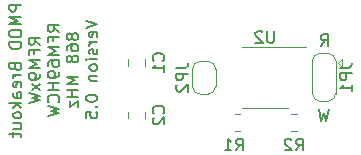
<source format=gbr>
%TF.GenerationSoftware,KiCad,Pcbnew,7.0.4*%
%TF.CreationDate,2023-05-26T13:28:04+02:00*%
%TF.ProjectId,RFM9xW_868,52464d39-7857-45f3-9836-382e6b696361,rev?*%
%TF.SameCoordinates,Original*%
%TF.FileFunction,Legend,Bot*%
%TF.FilePolarity,Positive*%
%FSLAX46Y46*%
G04 Gerber Fmt 4.6, Leading zero omitted, Abs format (unit mm)*
G04 Created by KiCad (PCBNEW 7.0.4) date 2023-05-26 13:28:04*
%MOMM*%
%LPD*%
G01*
G04 APERTURE LIST*
%ADD10C,0.150000*%
%ADD11C,0.120000*%
G04 APERTURE END LIST*
D10*
X120419819Y-43371190D02*
X119419819Y-43371190D01*
X119419819Y-43371190D02*
X119419819Y-43752142D01*
X119419819Y-43752142D02*
X119467438Y-43847380D01*
X119467438Y-43847380D02*
X119515057Y-43894999D01*
X119515057Y-43894999D02*
X119610295Y-43942618D01*
X119610295Y-43942618D02*
X119753152Y-43942618D01*
X119753152Y-43942618D02*
X119848390Y-43894999D01*
X119848390Y-43894999D02*
X119896009Y-43847380D01*
X119896009Y-43847380D02*
X119943628Y-43752142D01*
X119943628Y-43752142D02*
X119943628Y-43371190D01*
X120419819Y-44371190D02*
X119419819Y-44371190D01*
X119419819Y-44371190D02*
X120134104Y-44704523D01*
X120134104Y-44704523D02*
X119419819Y-45037856D01*
X119419819Y-45037856D02*
X120419819Y-45037856D01*
X119419819Y-45704523D02*
X119419819Y-45894999D01*
X119419819Y-45894999D02*
X119467438Y-45990237D01*
X119467438Y-45990237D02*
X119562676Y-46085475D01*
X119562676Y-46085475D02*
X119753152Y-46133094D01*
X119753152Y-46133094D02*
X120086485Y-46133094D01*
X120086485Y-46133094D02*
X120276961Y-46085475D01*
X120276961Y-46085475D02*
X120372200Y-45990237D01*
X120372200Y-45990237D02*
X120419819Y-45894999D01*
X120419819Y-45894999D02*
X120419819Y-45704523D01*
X120419819Y-45704523D02*
X120372200Y-45609285D01*
X120372200Y-45609285D02*
X120276961Y-45514047D01*
X120276961Y-45514047D02*
X120086485Y-45466428D01*
X120086485Y-45466428D02*
X119753152Y-45466428D01*
X119753152Y-45466428D02*
X119562676Y-45514047D01*
X119562676Y-45514047D02*
X119467438Y-45609285D01*
X119467438Y-45609285D02*
X119419819Y-45704523D01*
X120419819Y-46561666D02*
X119419819Y-46561666D01*
X119419819Y-46561666D02*
X119419819Y-46799761D01*
X119419819Y-46799761D02*
X119467438Y-46942618D01*
X119467438Y-46942618D02*
X119562676Y-47037856D01*
X119562676Y-47037856D02*
X119657914Y-47085475D01*
X119657914Y-47085475D02*
X119848390Y-47133094D01*
X119848390Y-47133094D02*
X119991247Y-47133094D01*
X119991247Y-47133094D02*
X120181723Y-47085475D01*
X120181723Y-47085475D02*
X120276961Y-47037856D01*
X120276961Y-47037856D02*
X120372200Y-46942618D01*
X120372200Y-46942618D02*
X120419819Y-46799761D01*
X120419819Y-46799761D02*
X120419819Y-46561666D01*
X119896009Y-48656904D02*
X119943628Y-48799761D01*
X119943628Y-48799761D02*
X119991247Y-48847380D01*
X119991247Y-48847380D02*
X120086485Y-48894999D01*
X120086485Y-48894999D02*
X120229342Y-48894999D01*
X120229342Y-48894999D02*
X120324580Y-48847380D01*
X120324580Y-48847380D02*
X120372200Y-48799761D01*
X120372200Y-48799761D02*
X120419819Y-48704523D01*
X120419819Y-48704523D02*
X120419819Y-48323571D01*
X120419819Y-48323571D02*
X119419819Y-48323571D01*
X119419819Y-48323571D02*
X119419819Y-48656904D01*
X119419819Y-48656904D02*
X119467438Y-48752142D01*
X119467438Y-48752142D02*
X119515057Y-48799761D01*
X119515057Y-48799761D02*
X119610295Y-48847380D01*
X119610295Y-48847380D02*
X119705533Y-48847380D01*
X119705533Y-48847380D02*
X119800771Y-48799761D01*
X119800771Y-48799761D02*
X119848390Y-48752142D01*
X119848390Y-48752142D02*
X119896009Y-48656904D01*
X119896009Y-48656904D02*
X119896009Y-48323571D01*
X120419819Y-49323571D02*
X119753152Y-49323571D01*
X119943628Y-49323571D02*
X119848390Y-49371190D01*
X119848390Y-49371190D02*
X119800771Y-49418809D01*
X119800771Y-49418809D02*
X119753152Y-49514047D01*
X119753152Y-49514047D02*
X119753152Y-49609285D01*
X120372200Y-50323571D02*
X120419819Y-50228333D01*
X120419819Y-50228333D02*
X120419819Y-50037857D01*
X120419819Y-50037857D02*
X120372200Y-49942619D01*
X120372200Y-49942619D02*
X120276961Y-49895000D01*
X120276961Y-49895000D02*
X119896009Y-49895000D01*
X119896009Y-49895000D02*
X119800771Y-49942619D01*
X119800771Y-49942619D02*
X119753152Y-50037857D01*
X119753152Y-50037857D02*
X119753152Y-50228333D01*
X119753152Y-50228333D02*
X119800771Y-50323571D01*
X119800771Y-50323571D02*
X119896009Y-50371190D01*
X119896009Y-50371190D02*
X119991247Y-50371190D01*
X119991247Y-50371190D02*
X120086485Y-49895000D01*
X120419819Y-51228333D02*
X119896009Y-51228333D01*
X119896009Y-51228333D02*
X119800771Y-51180714D01*
X119800771Y-51180714D02*
X119753152Y-51085476D01*
X119753152Y-51085476D02*
X119753152Y-50895000D01*
X119753152Y-50895000D02*
X119800771Y-50799762D01*
X120372200Y-51228333D02*
X120419819Y-51133095D01*
X120419819Y-51133095D02*
X120419819Y-50895000D01*
X120419819Y-50895000D02*
X120372200Y-50799762D01*
X120372200Y-50799762D02*
X120276961Y-50752143D01*
X120276961Y-50752143D02*
X120181723Y-50752143D01*
X120181723Y-50752143D02*
X120086485Y-50799762D01*
X120086485Y-50799762D02*
X120038866Y-50895000D01*
X120038866Y-50895000D02*
X120038866Y-51133095D01*
X120038866Y-51133095D02*
X119991247Y-51228333D01*
X120419819Y-51704524D02*
X119419819Y-51704524D01*
X120038866Y-51799762D02*
X120419819Y-52085476D01*
X119753152Y-52085476D02*
X120134104Y-51704524D01*
X120419819Y-52656905D02*
X120372200Y-52561667D01*
X120372200Y-52561667D02*
X120324580Y-52514048D01*
X120324580Y-52514048D02*
X120229342Y-52466429D01*
X120229342Y-52466429D02*
X119943628Y-52466429D01*
X119943628Y-52466429D02*
X119848390Y-52514048D01*
X119848390Y-52514048D02*
X119800771Y-52561667D01*
X119800771Y-52561667D02*
X119753152Y-52656905D01*
X119753152Y-52656905D02*
X119753152Y-52799762D01*
X119753152Y-52799762D02*
X119800771Y-52895000D01*
X119800771Y-52895000D02*
X119848390Y-52942619D01*
X119848390Y-52942619D02*
X119943628Y-52990238D01*
X119943628Y-52990238D02*
X120229342Y-52990238D01*
X120229342Y-52990238D02*
X120324580Y-52942619D01*
X120324580Y-52942619D02*
X120372200Y-52895000D01*
X120372200Y-52895000D02*
X120419819Y-52799762D01*
X120419819Y-52799762D02*
X120419819Y-52656905D01*
X119753152Y-53847381D02*
X120419819Y-53847381D01*
X119753152Y-53418810D02*
X120276961Y-53418810D01*
X120276961Y-53418810D02*
X120372200Y-53466429D01*
X120372200Y-53466429D02*
X120419819Y-53561667D01*
X120419819Y-53561667D02*
X120419819Y-53704524D01*
X120419819Y-53704524D02*
X120372200Y-53799762D01*
X120372200Y-53799762D02*
X120324580Y-53847381D01*
X119753152Y-54180715D02*
X119753152Y-54561667D01*
X119419819Y-54323572D02*
X120276961Y-54323572D01*
X120276961Y-54323572D02*
X120372200Y-54371191D01*
X120372200Y-54371191D02*
X120419819Y-54466429D01*
X120419819Y-54466429D02*
X120419819Y-54561667D01*
X122029819Y-46752142D02*
X121553628Y-46418809D01*
X122029819Y-46180714D02*
X121029819Y-46180714D01*
X121029819Y-46180714D02*
X121029819Y-46561666D01*
X121029819Y-46561666D02*
X121077438Y-46656904D01*
X121077438Y-46656904D02*
X121125057Y-46704523D01*
X121125057Y-46704523D02*
X121220295Y-46752142D01*
X121220295Y-46752142D02*
X121363152Y-46752142D01*
X121363152Y-46752142D02*
X121458390Y-46704523D01*
X121458390Y-46704523D02*
X121506009Y-46656904D01*
X121506009Y-46656904D02*
X121553628Y-46561666D01*
X121553628Y-46561666D02*
X121553628Y-46180714D01*
X121506009Y-47514047D02*
X121506009Y-47180714D01*
X122029819Y-47180714D02*
X121029819Y-47180714D01*
X121029819Y-47180714D02*
X121029819Y-47656904D01*
X122029819Y-48037857D02*
X121029819Y-48037857D01*
X121029819Y-48037857D02*
X121744104Y-48371190D01*
X121744104Y-48371190D02*
X121029819Y-48704523D01*
X121029819Y-48704523D02*
X122029819Y-48704523D01*
X122029819Y-49228333D02*
X122029819Y-49418809D01*
X122029819Y-49418809D02*
X121982200Y-49514047D01*
X121982200Y-49514047D02*
X121934580Y-49561666D01*
X121934580Y-49561666D02*
X121791723Y-49656904D01*
X121791723Y-49656904D02*
X121601247Y-49704523D01*
X121601247Y-49704523D02*
X121220295Y-49704523D01*
X121220295Y-49704523D02*
X121125057Y-49656904D01*
X121125057Y-49656904D02*
X121077438Y-49609285D01*
X121077438Y-49609285D02*
X121029819Y-49514047D01*
X121029819Y-49514047D02*
X121029819Y-49323571D01*
X121029819Y-49323571D02*
X121077438Y-49228333D01*
X121077438Y-49228333D02*
X121125057Y-49180714D01*
X121125057Y-49180714D02*
X121220295Y-49133095D01*
X121220295Y-49133095D02*
X121458390Y-49133095D01*
X121458390Y-49133095D02*
X121553628Y-49180714D01*
X121553628Y-49180714D02*
X121601247Y-49228333D01*
X121601247Y-49228333D02*
X121648866Y-49323571D01*
X121648866Y-49323571D02*
X121648866Y-49514047D01*
X121648866Y-49514047D02*
X121601247Y-49609285D01*
X121601247Y-49609285D02*
X121553628Y-49656904D01*
X121553628Y-49656904D02*
X121458390Y-49704523D01*
X122029819Y-50037857D02*
X121363152Y-50561666D01*
X121363152Y-50037857D02*
X122029819Y-50561666D01*
X121029819Y-50847381D02*
X122029819Y-51085476D01*
X122029819Y-51085476D02*
X121315533Y-51275952D01*
X121315533Y-51275952D02*
X122029819Y-51466428D01*
X122029819Y-51466428D02*
X121029819Y-51704524D01*
X123639819Y-45656904D02*
X123163628Y-45323571D01*
X123639819Y-45085476D02*
X122639819Y-45085476D01*
X122639819Y-45085476D02*
X122639819Y-45466428D01*
X122639819Y-45466428D02*
X122687438Y-45561666D01*
X122687438Y-45561666D02*
X122735057Y-45609285D01*
X122735057Y-45609285D02*
X122830295Y-45656904D01*
X122830295Y-45656904D02*
X122973152Y-45656904D01*
X122973152Y-45656904D02*
X123068390Y-45609285D01*
X123068390Y-45609285D02*
X123116009Y-45561666D01*
X123116009Y-45561666D02*
X123163628Y-45466428D01*
X123163628Y-45466428D02*
X123163628Y-45085476D01*
X123116009Y-46418809D02*
X123116009Y-46085476D01*
X123639819Y-46085476D02*
X122639819Y-46085476D01*
X122639819Y-46085476D02*
X122639819Y-46561666D01*
X123639819Y-46942619D02*
X122639819Y-46942619D01*
X122639819Y-46942619D02*
X123354104Y-47275952D01*
X123354104Y-47275952D02*
X122639819Y-47609285D01*
X122639819Y-47609285D02*
X123639819Y-47609285D01*
X122639819Y-48514047D02*
X122639819Y-48323571D01*
X122639819Y-48323571D02*
X122687438Y-48228333D01*
X122687438Y-48228333D02*
X122735057Y-48180714D01*
X122735057Y-48180714D02*
X122877914Y-48085476D01*
X122877914Y-48085476D02*
X123068390Y-48037857D01*
X123068390Y-48037857D02*
X123449342Y-48037857D01*
X123449342Y-48037857D02*
X123544580Y-48085476D01*
X123544580Y-48085476D02*
X123592200Y-48133095D01*
X123592200Y-48133095D02*
X123639819Y-48228333D01*
X123639819Y-48228333D02*
X123639819Y-48418809D01*
X123639819Y-48418809D02*
X123592200Y-48514047D01*
X123592200Y-48514047D02*
X123544580Y-48561666D01*
X123544580Y-48561666D02*
X123449342Y-48609285D01*
X123449342Y-48609285D02*
X123211247Y-48609285D01*
X123211247Y-48609285D02*
X123116009Y-48561666D01*
X123116009Y-48561666D02*
X123068390Y-48514047D01*
X123068390Y-48514047D02*
X123020771Y-48418809D01*
X123020771Y-48418809D02*
X123020771Y-48228333D01*
X123020771Y-48228333D02*
X123068390Y-48133095D01*
X123068390Y-48133095D02*
X123116009Y-48085476D01*
X123116009Y-48085476D02*
X123211247Y-48037857D01*
X123639819Y-49085476D02*
X123639819Y-49275952D01*
X123639819Y-49275952D02*
X123592200Y-49371190D01*
X123592200Y-49371190D02*
X123544580Y-49418809D01*
X123544580Y-49418809D02*
X123401723Y-49514047D01*
X123401723Y-49514047D02*
X123211247Y-49561666D01*
X123211247Y-49561666D02*
X122830295Y-49561666D01*
X122830295Y-49561666D02*
X122735057Y-49514047D01*
X122735057Y-49514047D02*
X122687438Y-49466428D01*
X122687438Y-49466428D02*
X122639819Y-49371190D01*
X122639819Y-49371190D02*
X122639819Y-49180714D01*
X122639819Y-49180714D02*
X122687438Y-49085476D01*
X122687438Y-49085476D02*
X122735057Y-49037857D01*
X122735057Y-49037857D02*
X122830295Y-48990238D01*
X122830295Y-48990238D02*
X123068390Y-48990238D01*
X123068390Y-48990238D02*
X123163628Y-49037857D01*
X123163628Y-49037857D02*
X123211247Y-49085476D01*
X123211247Y-49085476D02*
X123258866Y-49180714D01*
X123258866Y-49180714D02*
X123258866Y-49371190D01*
X123258866Y-49371190D02*
X123211247Y-49466428D01*
X123211247Y-49466428D02*
X123163628Y-49514047D01*
X123163628Y-49514047D02*
X123068390Y-49561666D01*
X123639819Y-49990238D02*
X122639819Y-49990238D01*
X123116009Y-49990238D02*
X123116009Y-50561666D01*
X123639819Y-50561666D02*
X122639819Y-50561666D01*
X123544580Y-51609285D02*
X123592200Y-51561666D01*
X123592200Y-51561666D02*
X123639819Y-51418809D01*
X123639819Y-51418809D02*
X123639819Y-51323571D01*
X123639819Y-51323571D02*
X123592200Y-51180714D01*
X123592200Y-51180714D02*
X123496961Y-51085476D01*
X123496961Y-51085476D02*
X123401723Y-51037857D01*
X123401723Y-51037857D02*
X123211247Y-50990238D01*
X123211247Y-50990238D02*
X123068390Y-50990238D01*
X123068390Y-50990238D02*
X122877914Y-51037857D01*
X122877914Y-51037857D02*
X122782676Y-51085476D01*
X122782676Y-51085476D02*
X122687438Y-51180714D01*
X122687438Y-51180714D02*
X122639819Y-51323571D01*
X122639819Y-51323571D02*
X122639819Y-51418809D01*
X122639819Y-51418809D02*
X122687438Y-51561666D01*
X122687438Y-51561666D02*
X122735057Y-51609285D01*
X122639819Y-51942619D02*
X123639819Y-52180714D01*
X123639819Y-52180714D02*
X122925533Y-52371190D01*
X122925533Y-52371190D02*
X123639819Y-52561666D01*
X123639819Y-52561666D02*
X122639819Y-52799762D01*
X124678390Y-45966428D02*
X124630771Y-45871190D01*
X124630771Y-45871190D02*
X124583152Y-45823571D01*
X124583152Y-45823571D02*
X124487914Y-45775952D01*
X124487914Y-45775952D02*
X124440295Y-45775952D01*
X124440295Y-45775952D02*
X124345057Y-45823571D01*
X124345057Y-45823571D02*
X124297438Y-45871190D01*
X124297438Y-45871190D02*
X124249819Y-45966428D01*
X124249819Y-45966428D02*
X124249819Y-46156904D01*
X124249819Y-46156904D02*
X124297438Y-46252142D01*
X124297438Y-46252142D02*
X124345057Y-46299761D01*
X124345057Y-46299761D02*
X124440295Y-46347380D01*
X124440295Y-46347380D02*
X124487914Y-46347380D01*
X124487914Y-46347380D02*
X124583152Y-46299761D01*
X124583152Y-46299761D02*
X124630771Y-46252142D01*
X124630771Y-46252142D02*
X124678390Y-46156904D01*
X124678390Y-46156904D02*
X124678390Y-45966428D01*
X124678390Y-45966428D02*
X124726009Y-45871190D01*
X124726009Y-45871190D02*
X124773628Y-45823571D01*
X124773628Y-45823571D02*
X124868866Y-45775952D01*
X124868866Y-45775952D02*
X125059342Y-45775952D01*
X125059342Y-45775952D02*
X125154580Y-45823571D01*
X125154580Y-45823571D02*
X125202200Y-45871190D01*
X125202200Y-45871190D02*
X125249819Y-45966428D01*
X125249819Y-45966428D02*
X125249819Y-46156904D01*
X125249819Y-46156904D02*
X125202200Y-46252142D01*
X125202200Y-46252142D02*
X125154580Y-46299761D01*
X125154580Y-46299761D02*
X125059342Y-46347380D01*
X125059342Y-46347380D02*
X124868866Y-46347380D01*
X124868866Y-46347380D02*
X124773628Y-46299761D01*
X124773628Y-46299761D02*
X124726009Y-46252142D01*
X124726009Y-46252142D02*
X124678390Y-46156904D01*
X124249819Y-47204523D02*
X124249819Y-47014047D01*
X124249819Y-47014047D02*
X124297438Y-46918809D01*
X124297438Y-46918809D02*
X124345057Y-46871190D01*
X124345057Y-46871190D02*
X124487914Y-46775952D01*
X124487914Y-46775952D02*
X124678390Y-46728333D01*
X124678390Y-46728333D02*
X125059342Y-46728333D01*
X125059342Y-46728333D02*
X125154580Y-46775952D01*
X125154580Y-46775952D02*
X125202200Y-46823571D01*
X125202200Y-46823571D02*
X125249819Y-46918809D01*
X125249819Y-46918809D02*
X125249819Y-47109285D01*
X125249819Y-47109285D02*
X125202200Y-47204523D01*
X125202200Y-47204523D02*
X125154580Y-47252142D01*
X125154580Y-47252142D02*
X125059342Y-47299761D01*
X125059342Y-47299761D02*
X124821247Y-47299761D01*
X124821247Y-47299761D02*
X124726009Y-47252142D01*
X124726009Y-47252142D02*
X124678390Y-47204523D01*
X124678390Y-47204523D02*
X124630771Y-47109285D01*
X124630771Y-47109285D02*
X124630771Y-46918809D01*
X124630771Y-46918809D02*
X124678390Y-46823571D01*
X124678390Y-46823571D02*
X124726009Y-46775952D01*
X124726009Y-46775952D02*
X124821247Y-46728333D01*
X124678390Y-47871190D02*
X124630771Y-47775952D01*
X124630771Y-47775952D02*
X124583152Y-47728333D01*
X124583152Y-47728333D02*
X124487914Y-47680714D01*
X124487914Y-47680714D02*
X124440295Y-47680714D01*
X124440295Y-47680714D02*
X124345057Y-47728333D01*
X124345057Y-47728333D02*
X124297438Y-47775952D01*
X124297438Y-47775952D02*
X124249819Y-47871190D01*
X124249819Y-47871190D02*
X124249819Y-48061666D01*
X124249819Y-48061666D02*
X124297438Y-48156904D01*
X124297438Y-48156904D02*
X124345057Y-48204523D01*
X124345057Y-48204523D02*
X124440295Y-48252142D01*
X124440295Y-48252142D02*
X124487914Y-48252142D01*
X124487914Y-48252142D02*
X124583152Y-48204523D01*
X124583152Y-48204523D02*
X124630771Y-48156904D01*
X124630771Y-48156904D02*
X124678390Y-48061666D01*
X124678390Y-48061666D02*
X124678390Y-47871190D01*
X124678390Y-47871190D02*
X124726009Y-47775952D01*
X124726009Y-47775952D02*
X124773628Y-47728333D01*
X124773628Y-47728333D02*
X124868866Y-47680714D01*
X124868866Y-47680714D02*
X125059342Y-47680714D01*
X125059342Y-47680714D02*
X125154580Y-47728333D01*
X125154580Y-47728333D02*
X125202200Y-47775952D01*
X125202200Y-47775952D02*
X125249819Y-47871190D01*
X125249819Y-47871190D02*
X125249819Y-48061666D01*
X125249819Y-48061666D02*
X125202200Y-48156904D01*
X125202200Y-48156904D02*
X125154580Y-48204523D01*
X125154580Y-48204523D02*
X125059342Y-48252142D01*
X125059342Y-48252142D02*
X124868866Y-48252142D01*
X124868866Y-48252142D02*
X124773628Y-48204523D01*
X124773628Y-48204523D02*
X124726009Y-48156904D01*
X124726009Y-48156904D02*
X124678390Y-48061666D01*
X125249819Y-49442619D02*
X124249819Y-49442619D01*
X124249819Y-49442619D02*
X124964104Y-49775952D01*
X124964104Y-49775952D02*
X124249819Y-50109285D01*
X124249819Y-50109285D02*
X125249819Y-50109285D01*
X125249819Y-50585476D02*
X124249819Y-50585476D01*
X124726009Y-50585476D02*
X124726009Y-51156904D01*
X125249819Y-51156904D02*
X124249819Y-51156904D01*
X124583152Y-51537857D02*
X124583152Y-52061666D01*
X124583152Y-52061666D02*
X125249819Y-51537857D01*
X125249819Y-51537857D02*
X125249819Y-52061666D01*
X125859819Y-44704524D02*
X126859819Y-45037857D01*
X126859819Y-45037857D02*
X125859819Y-45371190D01*
X126812200Y-46085476D02*
X126859819Y-45990238D01*
X126859819Y-45990238D02*
X126859819Y-45799762D01*
X126859819Y-45799762D02*
X126812200Y-45704524D01*
X126812200Y-45704524D02*
X126716961Y-45656905D01*
X126716961Y-45656905D02*
X126336009Y-45656905D01*
X126336009Y-45656905D02*
X126240771Y-45704524D01*
X126240771Y-45704524D02*
X126193152Y-45799762D01*
X126193152Y-45799762D02*
X126193152Y-45990238D01*
X126193152Y-45990238D02*
X126240771Y-46085476D01*
X126240771Y-46085476D02*
X126336009Y-46133095D01*
X126336009Y-46133095D02*
X126431247Y-46133095D01*
X126431247Y-46133095D02*
X126526485Y-45656905D01*
X126859819Y-46561667D02*
X126193152Y-46561667D01*
X126383628Y-46561667D02*
X126288390Y-46609286D01*
X126288390Y-46609286D02*
X126240771Y-46656905D01*
X126240771Y-46656905D02*
X126193152Y-46752143D01*
X126193152Y-46752143D02*
X126193152Y-46847381D01*
X126812200Y-47133096D02*
X126859819Y-47228334D01*
X126859819Y-47228334D02*
X126859819Y-47418810D01*
X126859819Y-47418810D02*
X126812200Y-47514048D01*
X126812200Y-47514048D02*
X126716961Y-47561667D01*
X126716961Y-47561667D02*
X126669342Y-47561667D01*
X126669342Y-47561667D02*
X126574104Y-47514048D01*
X126574104Y-47514048D02*
X126526485Y-47418810D01*
X126526485Y-47418810D02*
X126526485Y-47275953D01*
X126526485Y-47275953D02*
X126478866Y-47180715D01*
X126478866Y-47180715D02*
X126383628Y-47133096D01*
X126383628Y-47133096D02*
X126336009Y-47133096D01*
X126336009Y-47133096D02*
X126240771Y-47180715D01*
X126240771Y-47180715D02*
X126193152Y-47275953D01*
X126193152Y-47275953D02*
X126193152Y-47418810D01*
X126193152Y-47418810D02*
X126240771Y-47514048D01*
X126859819Y-47990239D02*
X126193152Y-47990239D01*
X125859819Y-47990239D02*
X125907438Y-47942620D01*
X125907438Y-47942620D02*
X125955057Y-47990239D01*
X125955057Y-47990239D02*
X125907438Y-48037858D01*
X125907438Y-48037858D02*
X125859819Y-47990239D01*
X125859819Y-47990239D02*
X125955057Y-47990239D01*
X126859819Y-48609286D02*
X126812200Y-48514048D01*
X126812200Y-48514048D02*
X126764580Y-48466429D01*
X126764580Y-48466429D02*
X126669342Y-48418810D01*
X126669342Y-48418810D02*
X126383628Y-48418810D01*
X126383628Y-48418810D02*
X126288390Y-48466429D01*
X126288390Y-48466429D02*
X126240771Y-48514048D01*
X126240771Y-48514048D02*
X126193152Y-48609286D01*
X126193152Y-48609286D02*
X126193152Y-48752143D01*
X126193152Y-48752143D02*
X126240771Y-48847381D01*
X126240771Y-48847381D02*
X126288390Y-48895000D01*
X126288390Y-48895000D02*
X126383628Y-48942619D01*
X126383628Y-48942619D02*
X126669342Y-48942619D01*
X126669342Y-48942619D02*
X126764580Y-48895000D01*
X126764580Y-48895000D02*
X126812200Y-48847381D01*
X126812200Y-48847381D02*
X126859819Y-48752143D01*
X126859819Y-48752143D02*
X126859819Y-48609286D01*
X126193152Y-49371191D02*
X126859819Y-49371191D01*
X126288390Y-49371191D02*
X126240771Y-49418810D01*
X126240771Y-49418810D02*
X126193152Y-49514048D01*
X126193152Y-49514048D02*
X126193152Y-49656905D01*
X126193152Y-49656905D02*
X126240771Y-49752143D01*
X126240771Y-49752143D02*
X126336009Y-49799762D01*
X126336009Y-49799762D02*
X126859819Y-49799762D01*
X125859819Y-51228334D02*
X125859819Y-51323572D01*
X125859819Y-51323572D02*
X125907438Y-51418810D01*
X125907438Y-51418810D02*
X125955057Y-51466429D01*
X125955057Y-51466429D02*
X126050295Y-51514048D01*
X126050295Y-51514048D02*
X126240771Y-51561667D01*
X126240771Y-51561667D02*
X126478866Y-51561667D01*
X126478866Y-51561667D02*
X126669342Y-51514048D01*
X126669342Y-51514048D02*
X126764580Y-51466429D01*
X126764580Y-51466429D02*
X126812200Y-51418810D01*
X126812200Y-51418810D02*
X126859819Y-51323572D01*
X126859819Y-51323572D02*
X126859819Y-51228334D01*
X126859819Y-51228334D02*
X126812200Y-51133096D01*
X126812200Y-51133096D02*
X126764580Y-51085477D01*
X126764580Y-51085477D02*
X126669342Y-51037858D01*
X126669342Y-51037858D02*
X126478866Y-50990239D01*
X126478866Y-50990239D02*
X126240771Y-50990239D01*
X126240771Y-50990239D02*
X126050295Y-51037858D01*
X126050295Y-51037858D02*
X125955057Y-51085477D01*
X125955057Y-51085477D02*
X125907438Y-51133096D01*
X125907438Y-51133096D02*
X125859819Y-51228334D01*
X126764580Y-51990239D02*
X126812200Y-52037858D01*
X126812200Y-52037858D02*
X126859819Y-51990239D01*
X126859819Y-51990239D02*
X126812200Y-51942620D01*
X126812200Y-51942620D02*
X126764580Y-51990239D01*
X126764580Y-51990239D02*
X126859819Y-51990239D01*
X125859819Y-52942619D02*
X125859819Y-52466429D01*
X125859819Y-52466429D02*
X126336009Y-52418810D01*
X126336009Y-52418810D02*
X126288390Y-52466429D01*
X126288390Y-52466429D02*
X126240771Y-52561667D01*
X126240771Y-52561667D02*
X126240771Y-52799762D01*
X126240771Y-52799762D02*
X126288390Y-52895000D01*
X126288390Y-52895000D02*
X126336009Y-52942619D01*
X126336009Y-52942619D02*
X126431247Y-52990238D01*
X126431247Y-52990238D02*
X126669342Y-52990238D01*
X126669342Y-52990238D02*
X126764580Y-52942619D01*
X126764580Y-52942619D02*
X126812200Y-52895000D01*
X126812200Y-52895000D02*
X126859819Y-52799762D01*
X126859819Y-52799762D02*
X126859819Y-52561667D01*
X126859819Y-52561667D02*
X126812200Y-52466429D01*
X126812200Y-52466429D02*
X126764580Y-52418810D01*
X146443458Y-52209819D02*
X146205363Y-53209819D01*
X146205363Y-53209819D02*
X146014887Y-52495533D01*
X146014887Y-52495533D02*
X145824411Y-53209819D01*
X145824411Y-53209819D02*
X145586316Y-52209819D01*
X145776792Y-46859819D02*
X146110125Y-46383628D01*
X146348220Y-46859819D02*
X146348220Y-45859819D01*
X146348220Y-45859819D02*
X145967268Y-45859819D01*
X145967268Y-45859819D02*
X145872030Y-45907438D01*
X145872030Y-45907438D02*
X145824411Y-45955057D01*
X145824411Y-45955057D02*
X145776792Y-46050295D01*
X145776792Y-46050295D02*
X145776792Y-46193152D01*
X145776792Y-46193152D02*
X145824411Y-46288390D01*
X145824411Y-46288390D02*
X145872030Y-46336009D01*
X145872030Y-46336009D02*
X145967268Y-46383628D01*
X145967268Y-46383628D02*
X146348220Y-46383628D01*
%TO.C,JP1*%
X147409819Y-48696666D02*
X148124104Y-48696666D01*
X148124104Y-48696666D02*
X148266961Y-48649047D01*
X148266961Y-48649047D02*
X148362200Y-48553809D01*
X148362200Y-48553809D02*
X148409819Y-48410952D01*
X148409819Y-48410952D02*
X148409819Y-48315714D01*
X148409819Y-49172857D02*
X147409819Y-49172857D01*
X147409819Y-49172857D02*
X147409819Y-49553809D01*
X147409819Y-49553809D02*
X147457438Y-49649047D01*
X147457438Y-49649047D02*
X147505057Y-49696666D01*
X147505057Y-49696666D02*
X147600295Y-49744285D01*
X147600295Y-49744285D02*
X147743152Y-49744285D01*
X147743152Y-49744285D02*
X147838390Y-49696666D01*
X147838390Y-49696666D02*
X147886009Y-49649047D01*
X147886009Y-49649047D02*
X147933628Y-49553809D01*
X147933628Y-49553809D02*
X147933628Y-49172857D01*
X148409819Y-50696666D02*
X148409819Y-50125238D01*
X148409819Y-50410952D02*
X147409819Y-50410952D01*
X147409819Y-50410952D02*
X147552676Y-50315714D01*
X147552676Y-50315714D02*
X147647914Y-50220476D01*
X147647914Y-50220476D02*
X147695533Y-50125238D01*
%TO.C,C1*%
X132439580Y-48093333D02*
X132487200Y-48045714D01*
X132487200Y-48045714D02*
X132534819Y-47902857D01*
X132534819Y-47902857D02*
X132534819Y-47807619D01*
X132534819Y-47807619D02*
X132487200Y-47664762D01*
X132487200Y-47664762D02*
X132391961Y-47569524D01*
X132391961Y-47569524D02*
X132296723Y-47521905D01*
X132296723Y-47521905D02*
X132106247Y-47474286D01*
X132106247Y-47474286D02*
X131963390Y-47474286D01*
X131963390Y-47474286D02*
X131772914Y-47521905D01*
X131772914Y-47521905D02*
X131677676Y-47569524D01*
X131677676Y-47569524D02*
X131582438Y-47664762D01*
X131582438Y-47664762D02*
X131534819Y-47807619D01*
X131534819Y-47807619D02*
X131534819Y-47902857D01*
X131534819Y-47902857D02*
X131582438Y-48045714D01*
X131582438Y-48045714D02*
X131630057Y-48093333D01*
X132534819Y-49045714D02*
X132534819Y-48474286D01*
X132534819Y-48760000D02*
X131534819Y-48760000D01*
X131534819Y-48760000D02*
X131677676Y-48664762D01*
X131677676Y-48664762D02*
X131772914Y-48569524D01*
X131772914Y-48569524D02*
X131820533Y-48474286D01*
%TO.C,JP2*%
X133544819Y-48711666D02*
X134259104Y-48711666D01*
X134259104Y-48711666D02*
X134401961Y-48664047D01*
X134401961Y-48664047D02*
X134497200Y-48568809D01*
X134497200Y-48568809D02*
X134544819Y-48425952D01*
X134544819Y-48425952D02*
X134544819Y-48330714D01*
X134544819Y-49187857D02*
X133544819Y-49187857D01*
X133544819Y-49187857D02*
X133544819Y-49568809D01*
X133544819Y-49568809D02*
X133592438Y-49664047D01*
X133592438Y-49664047D02*
X133640057Y-49711666D01*
X133640057Y-49711666D02*
X133735295Y-49759285D01*
X133735295Y-49759285D02*
X133878152Y-49759285D01*
X133878152Y-49759285D02*
X133973390Y-49711666D01*
X133973390Y-49711666D02*
X134021009Y-49664047D01*
X134021009Y-49664047D02*
X134068628Y-49568809D01*
X134068628Y-49568809D02*
X134068628Y-49187857D01*
X133640057Y-50140238D02*
X133592438Y-50187857D01*
X133592438Y-50187857D02*
X133544819Y-50283095D01*
X133544819Y-50283095D02*
X133544819Y-50521190D01*
X133544819Y-50521190D02*
X133592438Y-50616428D01*
X133592438Y-50616428D02*
X133640057Y-50664047D01*
X133640057Y-50664047D02*
X133735295Y-50711666D01*
X133735295Y-50711666D02*
X133830533Y-50711666D01*
X133830533Y-50711666D02*
X133973390Y-50664047D01*
X133973390Y-50664047D02*
X134544819Y-50092619D01*
X134544819Y-50092619D02*
X134544819Y-50711666D01*
%TO.C,R2*%
X143676666Y-55699819D02*
X144009999Y-55223628D01*
X144248094Y-55699819D02*
X144248094Y-54699819D01*
X144248094Y-54699819D02*
X143867142Y-54699819D01*
X143867142Y-54699819D02*
X143771904Y-54747438D01*
X143771904Y-54747438D02*
X143724285Y-54795057D01*
X143724285Y-54795057D02*
X143676666Y-54890295D01*
X143676666Y-54890295D02*
X143676666Y-55033152D01*
X143676666Y-55033152D02*
X143724285Y-55128390D01*
X143724285Y-55128390D02*
X143771904Y-55176009D01*
X143771904Y-55176009D02*
X143867142Y-55223628D01*
X143867142Y-55223628D02*
X144248094Y-55223628D01*
X143295713Y-54795057D02*
X143248094Y-54747438D01*
X143248094Y-54747438D02*
X143152856Y-54699819D01*
X143152856Y-54699819D02*
X142914761Y-54699819D01*
X142914761Y-54699819D02*
X142819523Y-54747438D01*
X142819523Y-54747438D02*
X142771904Y-54795057D01*
X142771904Y-54795057D02*
X142724285Y-54890295D01*
X142724285Y-54890295D02*
X142724285Y-54985533D01*
X142724285Y-54985533D02*
X142771904Y-55128390D01*
X142771904Y-55128390D02*
X143343332Y-55699819D01*
X143343332Y-55699819D02*
X142724285Y-55699819D01*
%TO.C,R1*%
X138596666Y-55699819D02*
X138929999Y-55223628D01*
X139168094Y-55699819D02*
X139168094Y-54699819D01*
X139168094Y-54699819D02*
X138787142Y-54699819D01*
X138787142Y-54699819D02*
X138691904Y-54747438D01*
X138691904Y-54747438D02*
X138644285Y-54795057D01*
X138644285Y-54795057D02*
X138596666Y-54890295D01*
X138596666Y-54890295D02*
X138596666Y-55033152D01*
X138596666Y-55033152D02*
X138644285Y-55128390D01*
X138644285Y-55128390D02*
X138691904Y-55176009D01*
X138691904Y-55176009D02*
X138787142Y-55223628D01*
X138787142Y-55223628D02*
X139168094Y-55223628D01*
X137644285Y-55699819D02*
X138215713Y-55699819D01*
X137929999Y-55699819D02*
X137929999Y-54699819D01*
X137929999Y-54699819D02*
X138025237Y-54842676D01*
X138025237Y-54842676D02*
X138120475Y-54937914D01*
X138120475Y-54937914D02*
X138215713Y-54985533D01*
%TO.C,C2*%
X132439580Y-52538333D02*
X132487200Y-52490714D01*
X132487200Y-52490714D02*
X132534819Y-52347857D01*
X132534819Y-52347857D02*
X132534819Y-52252619D01*
X132534819Y-52252619D02*
X132487200Y-52109762D01*
X132487200Y-52109762D02*
X132391961Y-52014524D01*
X132391961Y-52014524D02*
X132296723Y-51966905D01*
X132296723Y-51966905D02*
X132106247Y-51919286D01*
X132106247Y-51919286D02*
X131963390Y-51919286D01*
X131963390Y-51919286D02*
X131772914Y-51966905D01*
X131772914Y-51966905D02*
X131677676Y-52014524D01*
X131677676Y-52014524D02*
X131582438Y-52109762D01*
X131582438Y-52109762D02*
X131534819Y-52252619D01*
X131534819Y-52252619D02*
X131534819Y-52347857D01*
X131534819Y-52347857D02*
X131582438Y-52490714D01*
X131582438Y-52490714D02*
X131630057Y-52538333D01*
X131630057Y-52919286D02*
X131582438Y-52966905D01*
X131582438Y-52966905D02*
X131534819Y-53062143D01*
X131534819Y-53062143D02*
X131534819Y-53300238D01*
X131534819Y-53300238D02*
X131582438Y-53395476D01*
X131582438Y-53395476D02*
X131630057Y-53443095D01*
X131630057Y-53443095D02*
X131725295Y-53490714D01*
X131725295Y-53490714D02*
X131820533Y-53490714D01*
X131820533Y-53490714D02*
X131963390Y-53443095D01*
X131963390Y-53443095D02*
X132534819Y-52871667D01*
X132534819Y-52871667D02*
X132534819Y-53490714D01*
%TO.C,U2*%
X141816904Y-45584819D02*
X141816904Y-46394342D01*
X141816904Y-46394342D02*
X141769285Y-46489580D01*
X141769285Y-46489580D02*
X141721666Y-46537200D01*
X141721666Y-46537200D02*
X141626428Y-46584819D01*
X141626428Y-46584819D02*
X141435952Y-46584819D01*
X141435952Y-46584819D02*
X141340714Y-46537200D01*
X141340714Y-46537200D02*
X141293095Y-46489580D01*
X141293095Y-46489580D02*
X141245476Y-46394342D01*
X141245476Y-46394342D02*
X141245476Y-45584819D01*
X140816904Y-45680057D02*
X140769285Y-45632438D01*
X140769285Y-45632438D02*
X140674047Y-45584819D01*
X140674047Y-45584819D02*
X140435952Y-45584819D01*
X140435952Y-45584819D02*
X140340714Y-45632438D01*
X140340714Y-45632438D02*
X140293095Y-45680057D01*
X140293095Y-45680057D02*
X140245476Y-45775295D01*
X140245476Y-45775295D02*
X140245476Y-45870533D01*
X140245476Y-45870533D02*
X140293095Y-46013390D01*
X140293095Y-46013390D02*
X140864523Y-46584819D01*
X140864523Y-46584819D02*
X140245476Y-46584819D01*
D11*
%TO.C,JP1*%
X146350000Y-47450000D02*
X145750000Y-47450000D01*
X147550000Y-48000000D02*
X147550000Y-48600000D01*
X145050000Y-48100000D02*
X145050000Y-50900000D01*
X147250000Y-48300000D02*
X147550000Y-48000000D01*
X147250000Y-48300000D02*
X147550000Y-48600000D01*
X147050000Y-50900000D02*
X147050000Y-48100000D01*
X145750000Y-51550000D02*
X146350000Y-51550000D01*
X147050000Y-48150000D02*
G75*
G03*
X146350000Y-47450000I-699999J1D01*
G01*
X145750000Y-47450000D02*
G75*
G03*
X145050000Y-48150000I-1J-699999D01*
G01*
X146350000Y-51550000D02*
G75*
G03*
X147050000Y-50850000I0J700000D01*
G01*
X145050000Y-50850000D02*
G75*
G03*
X145750000Y-51550000I700000J0D01*
G01*
%TO.C,C1*%
X129440000Y-48521252D02*
X129440000Y-47998748D01*
X130910000Y-48521252D02*
X130910000Y-47998748D01*
%TO.C,JP2*%
X136190000Y-48145000D02*
X135590000Y-48145000D01*
X134890000Y-48845000D02*
X134890000Y-50245000D01*
X136890000Y-50245000D02*
X136890000Y-48845000D01*
X135590000Y-50945000D02*
X136190000Y-50945000D01*
X136890000Y-48845000D02*
G75*
G03*
X136190000Y-48145000I-699999J1D01*
G01*
X135590000Y-48145000D02*
G75*
G03*
X134890000Y-48845000I-1J-699999D01*
G01*
X136190000Y-50945000D02*
G75*
G03*
X136890000Y-50245000I0J700000D01*
G01*
X134890000Y-50245000D02*
G75*
G03*
X135590000Y-50945000I700000J0D01*
G01*
%TO.C,R2*%
X143282936Y-52605000D02*
X143737064Y-52605000D01*
X143282936Y-54075000D02*
X143737064Y-54075000D01*
%TO.C,R1*%
X138934564Y-54075000D02*
X138480436Y-54075000D01*
X138934564Y-52605000D02*
X138480436Y-52605000D01*
%TO.C,C2*%
X130910000Y-52443748D02*
X130910000Y-52966252D01*
X129440000Y-52443748D02*
X129440000Y-52966252D01*
%TO.C,U2*%
X141055000Y-52090000D02*
X143005000Y-52090000D01*
X141055000Y-52090000D02*
X139105000Y-52090000D01*
X141055000Y-46970000D02*
X144505000Y-46970000D01*
X141055000Y-46970000D02*
X139105000Y-46970000D01*
%TD*%
M02*

</source>
